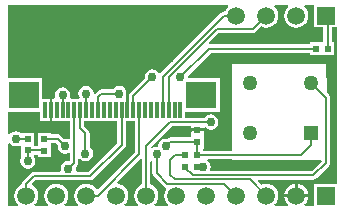
<source format=gtl>
G04*
G04 #@! TF.GenerationSoftware,Altium Limited,Altium Designer,19.0.15 (446)*
G04*
G04 Layer_Physical_Order=1*
G04 Layer_Color=255*
%FSLAX25Y25*%
%MOIN*%
G70*
G01*
G75*
%ADD12R,0.02362X0.01968*%
%ADD13R,0.01200X0.05500*%
%ADD14R,0.10400X0.09100*%
%ADD15R,0.01968X0.02362*%
%ADD20R,0.05000X0.05000*%
%ADD21C,0.05000*%
%ADD24C,0.00800*%
%ADD25R,0.05906X0.05906*%
%ADD26C,0.05906*%
%ADD27C,0.03000*%
G36*
X72378Y67971D02*
X72181Y67819D01*
X71547Y66993D01*
X71313Y66427D01*
X71000D01*
X71000Y66427D01*
X70454Y66319D01*
X69991Y66009D01*
X69991Y66009D01*
X49756Y45775D01*
X49121Y45825D01*
X48802Y46302D01*
X47976Y46855D01*
X47000Y47049D01*
X46025Y46855D01*
X45198Y46302D01*
X44645Y45476D01*
X44451Y44500D01*
X44539Y44058D01*
X39691Y39209D01*
X39381Y38746D01*
X39273Y38200D01*
X39273Y38200D01*
Y37250D01*
X39100D01*
Y33500D01*
X38400D01*
Y37250D01*
X38368D01*
X38368Y37250D01*
X38200D01*
Y37564D01*
X38132Y37691D01*
X38355Y38025D01*
X38549Y39000D01*
X38355Y39976D01*
X37802Y40802D01*
X36975Y41355D01*
X36000Y41549D01*
X35024Y41355D01*
X34198Y40802D01*
X33947Y40427D01*
X30000D01*
X29454Y40319D01*
X28991Y40009D01*
X28991Y40009D01*
X27991Y39009D01*
X27935Y38926D01*
X27670Y38966D01*
X27434Y39076D01*
X27255Y39976D01*
X26702Y40802D01*
X25875Y41355D01*
X24900Y41549D01*
X23924Y41355D01*
X23098Y40802D01*
X22545Y39976D01*
X22351Y39000D01*
X22545Y38025D01*
X22768Y37691D01*
X22532Y37250D01*
X19827D01*
X19500Y37750D01*
X19649Y38500D01*
X19455Y39476D01*
X18902Y40302D01*
X18076Y40855D01*
X17100Y41049D01*
X16125Y40855D01*
X15298Y40302D01*
X14745Y39476D01*
X14551Y38500D01*
X14700Y37750D01*
X14373Y37250D01*
X13500D01*
Y33500D01*
Y29750D01*
X19573D01*
Y24023D01*
X19132Y23788D01*
X18975Y23892D01*
X18000Y24086D01*
X17527Y23992D01*
X16572Y24946D01*
X16109Y25256D01*
X15563Y25364D01*
X15563Y25364D01*
X13181D01*
Y25921D01*
X8819D01*
Y21459D01*
X7681D01*
Y25953D01*
X3319D01*
Y25953D01*
X2865Y26063D01*
X2475Y26324D01*
X1500Y26518D01*
X525Y26324D01*
X-302Y25771D01*
X-471Y25519D01*
X-971Y25671D01*
Y32950D01*
X9600D01*
Y29750D01*
X12800D01*
Y33500D01*
Y37250D01*
X10400D01*
Y44050D01*
X-971D01*
Y68471D01*
X72208D01*
X72378Y67971D01*
D02*
G37*
G36*
X101047Y61047D02*
X104041D01*
Y56181D01*
X99547D01*
Y55427D01*
X66153D01*
X65946Y55927D01*
X69091Y59073D01*
X80500D01*
X80500Y59073D01*
X81046Y59181D01*
X81509Y59491D01*
X83402Y61383D01*
X83968Y61149D01*
X85000Y61013D01*
X86032Y61149D01*
X86993Y61547D01*
X87819Y62181D01*
X88453Y63007D01*
X88851Y63968D01*
X88987Y65000D01*
X88851Y66032D01*
X88453Y66993D01*
X87819Y67819D01*
X87622Y67971D01*
X87792Y68471D01*
X92208D01*
X92378Y67971D01*
X92181Y67819D01*
X91547Y66993D01*
X91149Y66032D01*
X91013Y65000D01*
X91149Y63968D01*
X91547Y63007D01*
X92181Y62181D01*
X93007Y61547D01*
X93968Y61149D01*
X95000Y61013D01*
X96032Y61149D01*
X96993Y61547D01*
X97819Y62181D01*
X98453Y63007D01*
X98851Y63968D01*
X98987Y65000D01*
X98851Y66032D01*
X98453Y66993D01*
X97819Y67819D01*
X97622Y67971D01*
X97791Y68471D01*
X101047D01*
Y61047D01*
D02*
G37*
G36*
X108471Y8953D02*
X101047D01*
Y1529D01*
X97791D01*
X97622Y2029D01*
X97819Y2181D01*
X98453Y3007D01*
X98851Y3968D01*
X98921Y4500D01*
X95000D01*
X91079D01*
X91149Y3968D01*
X91547Y3007D01*
X92181Y2181D01*
X92378Y2029D01*
X92208Y1529D01*
X87792D01*
X87622Y2029D01*
X87819Y2181D01*
X88453Y3007D01*
X88851Y3968D01*
X88987Y5000D01*
X88851Y6032D01*
X88453Y6993D01*
X87819Y7819D01*
X86993Y8453D01*
X86032Y8851D01*
X85000Y8987D01*
X83968Y8851D01*
X83402Y8617D01*
X82155Y9863D01*
X82347Y10325D01*
X100753D01*
X100753Y10325D01*
X101299Y10434D01*
X101762Y10743D01*
X106009Y14991D01*
X106009Y14991D01*
X106319Y15454D01*
X106427Y16000D01*
Y37500D01*
X106427Y37500D01*
X106319Y38046D01*
X106009Y38509D01*
X106009Y38509D01*
X105150Y39368D01*
X105000Y49000D01*
X73500Y49000D01*
X73500Y19927D01*
X64306D01*
X63953Y20281D01*
Y20610D01*
X64181Y21016D01*
X64181D01*
X64181Y21016D01*
Y24953D01*
Y26437D01*
X62000D01*
X59819D01*
Y24396D01*
X53000D01*
X53000Y24396D01*
X52454Y24287D01*
X51991Y23978D01*
X51942Y23930D01*
X51500Y24017D01*
X50524Y23823D01*
X49698Y23271D01*
X49145Y22444D01*
X48951Y21468D01*
X48466Y21345D01*
X47524Y21158D01*
X46989Y20800D01*
X46670Y21189D01*
X53554Y28073D01*
X59819D01*
Y27437D01*
X62000D01*
X64181D01*
Y27612D01*
X64681Y27763D01*
X64725Y27698D01*
X65552Y27145D01*
X66527Y26951D01*
X67503Y27145D01*
X68330Y27698D01*
X68882Y28525D01*
X69076Y29500D01*
X68882Y30476D01*
X68330Y31302D01*
X67503Y31855D01*
X66527Y32049D01*
X65552Y31855D01*
X64725Y31302D01*
X64474Y30927D01*
X58000D01*
Y32950D01*
X69600D01*
Y44050D01*
X59254D01*
X58936Y44436D01*
X58949Y44500D01*
X58861Y44942D01*
X66491Y52573D01*
X99547D01*
Y51819D01*
X107453D01*
Y56181D01*
X106896D01*
Y61047D01*
X108471D01*
Y8953D01*
D02*
G37*
G36*
X15533Y21948D02*
X15451Y21537D01*
X15645Y20562D01*
X16198Y19735D01*
X17025Y19182D01*
X18000Y18988D01*
X18975Y19182D01*
X19132Y19286D01*
X19573Y19051D01*
Y16929D01*
X19098Y16529D01*
X19000Y16549D01*
X18024Y16355D01*
X17198Y15802D01*
X16645Y14976D01*
X16451Y14000D01*
X16565Y13427D01*
X16155Y12927D01*
X7500D01*
X6954Y12819D01*
X6491Y12509D01*
X6491Y12509D01*
X3991Y10009D01*
X3681Y9546D01*
X3573Y9000D01*
X3573Y9000D01*
Y8687D01*
X3007Y8453D01*
X2181Y7819D01*
X1547Y6993D01*
X1149Y6032D01*
X1013Y5000D01*
X1149Y3968D01*
X1547Y3007D01*
X2181Y2181D01*
X2378Y2029D01*
X2208Y1529D01*
X-971D01*
Y22266D01*
X-471Y22418D01*
X-302Y22166D01*
X525Y21614D01*
X1500Y21419D01*
X2475Y21614D01*
X2819Y21843D01*
X3319Y21576D01*
Y18047D01*
X3319D01*
X3411Y17874D01*
X3145Y17476D01*
X2951Y16500D01*
X3145Y15525D01*
X3698Y14698D01*
X4524Y14145D01*
X5500Y13951D01*
X6475Y14145D01*
X7302Y14698D01*
X7855Y15525D01*
X8049Y16500D01*
X7855Y17476D01*
X7589Y17874D01*
X7681Y18047D01*
X7681D01*
Y18604D01*
X8819D01*
Y18016D01*
X13181D01*
Y22510D01*
X14972D01*
X15533Y21948D01*
D02*
G37*
G36*
X35373Y22591D02*
X25709Y12927D01*
X21845D01*
X21435Y13427D01*
X21549Y14000D01*
X21461Y14442D01*
X22009Y14991D01*
X22009Y14991D01*
X22319Y15454D01*
X22427Y16000D01*
X22427Y16000D01*
Y17115D01*
X22906Y17260D01*
X22948Y17198D01*
X23775Y16645D01*
X24750Y16451D01*
X25725Y16645D01*
X26552Y17198D01*
X27105Y18024D01*
X27299Y19000D01*
X27105Y19975D01*
X26552Y20802D01*
X26177Y21053D01*
Y25750D01*
X26069Y26296D01*
X25759Y26759D01*
X25759Y26759D01*
X24427Y28091D01*
Y29750D01*
X35373D01*
Y22591D01*
D02*
G37*
G36*
X73500Y17000D02*
X103352Y17000D01*
X103481Y16500D01*
X100162Y13180D01*
X66712D01*
X66395Y13680D01*
X66549Y14453D01*
X66355Y15428D01*
X65802Y16255D01*
X65327Y16573D01*
X65479Y17073D01*
X73500D01*
Y17000D01*
D02*
G37*
G36*
X41273Y19491D02*
X28898Y7117D01*
X28286Y7211D01*
X27819Y7819D01*
X26993Y8453D01*
X26032Y8851D01*
X25000Y8987D01*
X23968Y8851D01*
X23007Y8453D01*
X22181Y7819D01*
X21547Y6993D01*
X21149Y6032D01*
X21013Y5000D01*
X21149Y3968D01*
X21547Y3007D01*
X22181Y2181D01*
X22378Y2029D01*
X22208Y1529D01*
X17792D01*
X17622Y2029D01*
X17819Y2181D01*
X18453Y3007D01*
X18851Y3968D01*
X18987Y5000D01*
X18851Y6032D01*
X18453Y6993D01*
X17819Y7819D01*
X16993Y8453D01*
X16032Y8851D01*
X15000Y8987D01*
X13968Y8851D01*
X13007Y8453D01*
X12181Y7819D01*
X11547Y6993D01*
X11149Y6032D01*
X11013Y5000D01*
X11149Y3968D01*
X11547Y3007D01*
X12181Y2181D01*
X12378Y2029D01*
X12208Y1529D01*
X7791D01*
X7622Y2029D01*
X7819Y2181D01*
X8453Y3007D01*
X8851Y3968D01*
X8987Y5000D01*
X8851Y6032D01*
X8453Y6993D01*
X7819Y7819D01*
X7098Y8372D01*
X6959Y8940D01*
X8091Y10073D01*
X26300D01*
X26300Y10073D01*
X26846Y10181D01*
X27309Y10491D01*
X37809Y20991D01*
X37809Y20991D01*
X38119Y21454D01*
X38227Y22000D01*
Y29750D01*
X41273D01*
Y19491D01*
D02*
G37*
G36*
X47073Y16358D02*
Y12500D01*
X47073Y12500D01*
X47181Y11954D01*
X47491Y11491D01*
X51038Y7943D01*
X51038Y7943D01*
X51440Y7675D01*
X51553Y7502D01*
X51679Y7166D01*
X51547Y6993D01*
X51149Y6032D01*
X51013Y5000D01*
X51149Y3968D01*
X51547Y3007D01*
X52181Y2181D01*
X52378Y2029D01*
X52209Y1529D01*
X47791D01*
X47622Y2029D01*
X47819Y2181D01*
X48453Y3007D01*
X48851Y3968D01*
X48987Y5000D01*
X48851Y6032D01*
X48453Y6993D01*
X47819Y7819D01*
X46993Y8453D01*
X46427Y8687D01*
Y10500D01*
Y16161D01*
X46927Y16445D01*
X47073Y16358D01*
D02*
G37*
G36*
X43573Y17101D02*
Y11000D01*
Y8687D01*
X43007Y8453D01*
X42181Y7819D01*
X41547Y6993D01*
X41149Y6032D01*
X41013Y5000D01*
X41149Y3968D01*
X41547Y3007D01*
X42181Y2181D01*
X42378Y2029D01*
X42208Y1529D01*
X37791D01*
X37622Y2029D01*
X37819Y2181D01*
X38453Y3007D01*
X38851Y3968D01*
X38987Y5000D01*
X38851Y6032D01*
X38453Y6993D01*
X37819Y7819D01*
X36993Y8453D01*
X36032Y8851D01*
X35453Y8927D01*
X35274Y9455D01*
X43111Y17292D01*
X43573Y17101D01*
D02*
G37*
%LPC*%
G36*
X95500Y8921D02*
Y5500D01*
X98921D01*
X98851Y6032D01*
X98453Y6993D01*
X97819Y7819D01*
X96993Y8453D01*
X96032Y8851D01*
X95500Y8921D01*
D02*
G37*
G36*
X94500Y8921D02*
X93968Y8851D01*
X93007Y8453D01*
X92181Y7819D01*
X91547Y6993D01*
X91149Y6032D01*
X91079Y5500D01*
X94500D01*
Y8921D01*
D02*
G37*
%LPD*%
D12*
X11000Y20000D02*
D03*
Y23937D02*
D03*
X5500Y20031D02*
D03*
Y23968D02*
D03*
X62000Y23000D02*
D03*
Y26937D02*
D03*
D13*
X56400Y33500D02*
D03*
X54500D02*
D03*
X52500D02*
D03*
X50500D02*
D03*
X48600D02*
D03*
X46600D02*
D03*
X44600D02*
D03*
X42700D02*
D03*
X40700D02*
D03*
X38700D02*
D03*
X36800D02*
D03*
X34800D02*
D03*
X32800D02*
D03*
X30800D02*
D03*
X28900D02*
D03*
X26900D02*
D03*
X24900D02*
D03*
X23000D02*
D03*
X21000D02*
D03*
X19000D02*
D03*
X17100D02*
D03*
X15100D02*
D03*
X13100D02*
D03*
X11200D02*
D03*
D14*
X4200Y38500D02*
D03*
X63400D02*
D03*
D15*
X105468Y54000D02*
D03*
X101532D02*
D03*
X58031Y18500D02*
D03*
X61968D02*
D03*
X61968Y14500D02*
D03*
X58031D02*
D03*
D20*
X100000Y25965D02*
D03*
D21*
X79528D02*
D03*
Y42500D02*
D03*
X100000D02*
D03*
D24*
X53000Y22968D02*
X61968D01*
X51500Y21468D02*
X53000Y22968D01*
X24750Y19000D02*
Y25750D01*
X23000Y27500D02*
X24750Y25750D01*
X23000Y27500D02*
Y33500D01*
X21000Y16000D02*
Y33500D01*
X17963Y21537D02*
X18000D01*
X15563Y23937D02*
X17963Y21537D01*
X11000Y23937D02*
X15563D01*
X61968Y18500D02*
Y22968D01*
X10968Y20031D02*
X11000Y20000D01*
X5500Y20031D02*
X10968D01*
X19000Y14000D02*
X21000Y16000D01*
X19000Y14000D02*
X20000D01*
X7500Y11500D02*
X26300D01*
X36800Y22000D01*
X48500Y12500D02*
Y18500D01*
X71047Y8953D02*
X75000Y5000D01*
X52047Y8953D02*
X71047D01*
X48500Y12500D02*
X52047Y8953D01*
X54647Y10353D02*
X79647D01*
X85000Y5000D01*
X60582Y11753D02*
X100753D01*
X58031Y14303D02*
X60582Y11753D01*
X58031Y14303D02*
Y14500D01*
X100753Y11753D02*
X105000Y16000D01*
X53000Y12000D02*
X54647Y10353D01*
X1500Y23968D02*
X5500D01*
Y16500D02*
Y20031D01*
X36800Y22000D02*
Y33500D01*
X5000Y9000D02*
X7500Y11500D01*
X42700Y18900D02*
Y33500D01*
X28800Y5000D02*
X42700Y18900D01*
X25000Y5000D02*
X28800D01*
X45000Y11000D02*
Y21537D01*
Y10500D02*
Y11000D01*
Y5000D02*
Y10500D01*
Y21537D02*
X52963Y29500D01*
X66500D01*
X40700Y38200D02*
X47000Y44500D01*
X40700Y33500D02*
Y38200D01*
X56400Y44500D02*
X65900Y54000D01*
X101532D01*
X105000Y65000D02*
X105468Y64531D01*
Y54000D02*
Y64531D01*
X80500Y60500D02*
X85000Y65000D01*
X68500Y60500D02*
X80500D01*
X52500Y44500D02*
X68500Y60500D01*
X38700Y48800D02*
X40900Y51000D01*
X53000D01*
X18500D02*
X36500D01*
X38700Y48800D01*
Y33500D02*
Y48800D01*
X30000Y39000D02*
X36000D01*
X24900Y33500D02*
Y39000D01*
X13000Y38600D02*
Y45500D01*
Y38600D02*
X13100Y38500D01*
X13000Y45500D02*
X18500Y51000D01*
X71000Y65000D02*
X75000D01*
X50500Y44500D02*
X71000Y65000D01*
X50500Y33500D02*
Y44500D01*
X100000Y42500D02*
X105000Y37500D01*
Y16000D02*
Y37500D01*
X59000Y26937D02*
X62000D01*
X61984Y14453D02*
X62008Y14476D01*
X63976D02*
X64000Y14453D01*
X62008Y14476D02*
X63976D01*
X53000Y12000D02*
Y17000D01*
X54500Y18500D01*
X58031D01*
X100000Y22000D02*
Y25965D01*
X96500Y18500D02*
X100000Y22000D01*
X61968Y18500D02*
X96500D01*
X5000Y5000D02*
Y9000D01*
X35000Y5000D02*
X35500Y5500D01*
X52500Y33500D02*
Y44500D01*
X13100Y33500D02*
Y38500D01*
X17100Y33500D02*
Y38500D01*
X29000Y33600D02*
Y38000D01*
X28900Y33500D02*
X29000Y33600D01*
Y38000D02*
X30000Y39000D01*
D25*
X105000Y65000D02*
D03*
Y5000D02*
D03*
D26*
X95000Y65000D02*
D03*
X85000D02*
D03*
X75000D02*
D03*
X95000Y5000D02*
D03*
X85000D02*
D03*
X75000D02*
D03*
X65000D02*
D03*
X55000D02*
D03*
X45000D02*
D03*
X35000D02*
D03*
X25000D02*
D03*
X15000D02*
D03*
X5000D02*
D03*
D27*
X51500Y21468D02*
D03*
X24750Y19000D02*
D03*
X18000Y21537D02*
D03*
X19000Y14000D02*
D03*
X48500Y18803D02*
D03*
X5500Y16500D02*
D03*
X1500Y23968D02*
D03*
X66527Y29500D02*
D03*
X47000Y44500D02*
D03*
X56400D02*
D03*
X36000Y39000D02*
D03*
X24900D02*
D03*
X53000Y51000D02*
D03*
X59000Y26937D02*
D03*
X64000Y14453D02*
D03*
X13100Y38500D02*
D03*
X17100D02*
D03*
M02*

</source>
